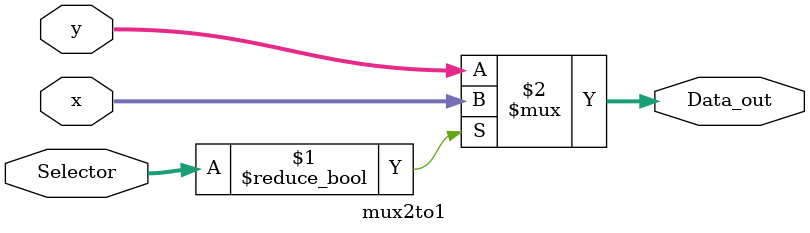
<source format=sv>
module mux2to1 
#(
	parameter DATA_WIDTH = 32
)
(
	input [DATA_WIDTH-1:0] 	x,
	input [DATA_WIDTH-1:0]	y,
	input [1:0] 				Selector,
	
	output [DATA_WIDTH-1:0] Data_out
   
);

	assign Data_out = Selector ? x : y;
	
endmodule 
</source>
